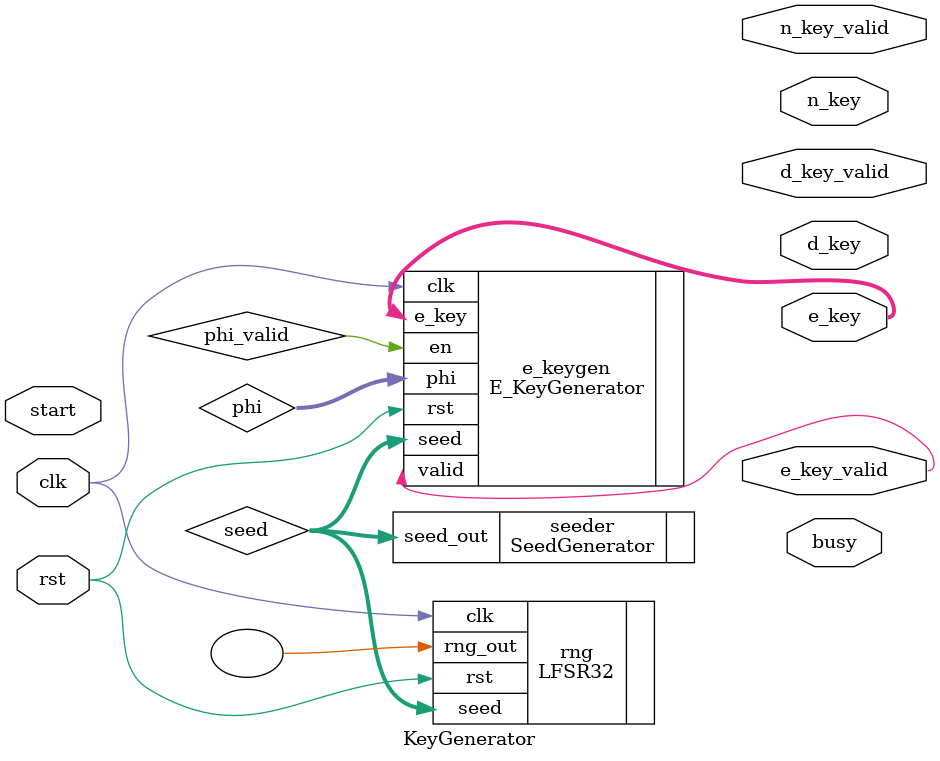
<source format=v>
`timescale 1ns / 100ps


module KeyGenerator (
    input wire clk,
    input wire rst,
    input wire start,
    
    output reg [31:0] n_key,
    output reg [31:0] e_key,
    output reg [31:0] d_key,
    
    output reg n_key_valid,
    output reg e_key_valid,
    output reg d_key_valid,
    output reg busy
    );
    
    ///////////////////////////////////////
    // RNG (XADC Wizard and 32-bit LFSR) //
    ///////////////////////////////////////
    
    wire [31:0] seed;
    
    //TODO questo modulo deve ancora essere scritto
    SeedGenerator seeder (
        .seed_out(seed)
    );
    
    LFSR32 rng (
        .clk     (clk),
        .rst     (rst),
        .seed    (seed),
        .rng_out ()
    );
    
    //////////////////////////
    // GENERATORI DI CHIAVI //
    //////////////////////////
    
    wire phi_valid;
    wire [31:0] phi;
    
    //TODO aggiungere gli altri generatori di chiavi
    
    E_KeyGenerator e_keygen (
        .clk   (clk),
        .rst   (rst),
        .en    (phi_valid),
        
        .seed  (seed),
        .phi   (phi),
        
        .valid (e_key_valid),
        .e_key (e_key)
    );
    
endmodule

</source>
